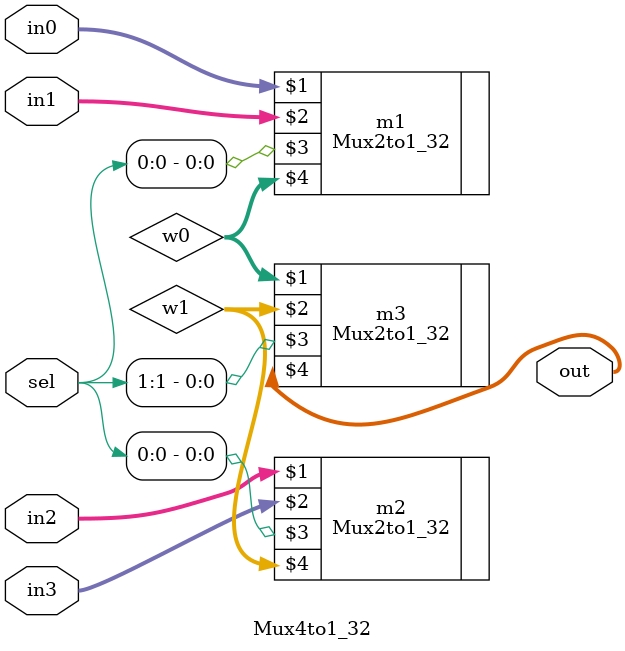
<source format=v>
`timescale 1ns / 1ps
module Mux4to1_32(
   input [31:0]in0,
   input [31:0]in1,
   input [31:0]in2,
   input [31:0]in3,
	input [1:0]sel, // select
	output [31:0]out);
	
	wire [31:0]w0, w1;
	
	Mux2to1_32 m1(in0, in1, sel[0], w0);
	Mux2to1_32 m2(in2, in3, sel[0], w1);
	Mux2to1_32 m3(w0, w1, sel[1], out);


endmodule

</source>
